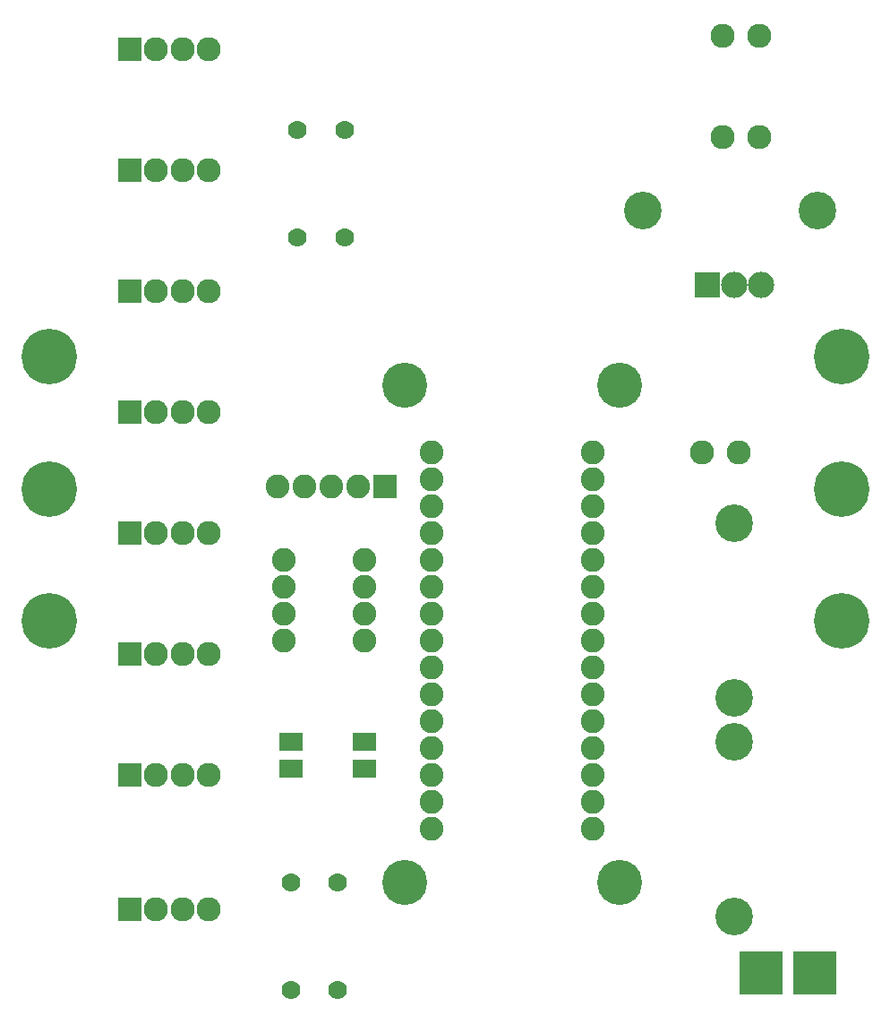
<source format=gbr>
G04 EasyPC Gerber Version 21.0.2 Build 4273 *
G04 #@! TF.Part,Single*
G04 #@! TF.FileFunction,Soldermask,Bot *
G04 #@! TF.FilePolarity,Negative *
%FSLAX35Y35*%
%MOIN*%
G04 #@! TA.AperFunction,ComponentPad*
%ADD80R,0.08874X0.08874*%
%ADD77R,0.09000X0.09000*%
%ADD150R,0.09799X0.09799*%
%ADD76R,0.16000X0.16000*%
%ADD82C,0.07000*%
G04 #@! TA.AperFunction,SMDPad*
%ADD73C,0.08874*%
G04 #@! TA.AperFunction,ComponentPad*
%ADD78C,0.09000*%
%ADD151C,0.09799*%
%ADD75C,0.13992*%
G04 #@! TA.AperFunction,SMDPad*
%ADD74C,0.16748*%
G04 #@! TA.AperFunction,ComponentPad*
%ADD79C,0.20685*%
%ADD81R,0.09000X0.07000*%
X0Y0D02*
D02*
D73*
X105600Y198100D03*
X108100Y140817D03*
Y150817D03*
Y160817D03*
Y170817D03*
X115600Y198100D03*
X125600D03*
X135600D03*
X138100Y140817D03*
Y150817D03*
Y160817D03*
Y170817D03*
X163100Y70600D03*
Y80600D03*
Y90600D03*
Y100600D03*
Y110600D03*
Y120600D03*
Y130600D03*
Y140600D03*
Y150600D03*
Y160600D03*
Y170600D03*
Y180600D03*
Y190600D03*
Y200600D03*
Y210600D03*
X223100Y70600D03*
Y80600D03*
Y90600D03*
Y100600D03*
Y110600D03*
Y120600D03*
Y130600D03*
Y140600D03*
Y150600D03*
Y160600D03*
Y170600D03*
Y180600D03*
Y190600D03*
Y200600D03*
Y210600D03*
D02*
D74*
X153100Y50600D03*
Y235600D03*
X233100Y50600D03*
Y235600D03*
D02*
D75*
X241561Y300600D03*
X275600Y38100D03*
Y103139D03*
Y119303D03*
Y184342D03*
X306600Y300600D03*
D02*
D76*
X285600Y16997D03*
X305600D03*
D02*
D77*
X50600Y40600D03*
Y90600D03*
Y135600D03*
Y180600D03*
Y225600D03*
Y270600D03*
Y315600D03*
Y360600D03*
D02*
D78*
X60443Y40600D03*
Y90600D03*
Y135600D03*
Y180600D03*
Y225600D03*
Y270600D03*
Y315600D03*
Y360600D03*
X70285Y40600D03*
Y90600D03*
Y135600D03*
Y180600D03*
Y225600D03*
Y270600D03*
Y315600D03*
Y360600D03*
X80128Y40600D03*
Y90600D03*
Y135600D03*
Y180600D03*
Y225600D03*
Y270600D03*
Y315600D03*
Y360600D03*
X263710Y210600D03*
X271210Y328100D03*
Y365600D03*
X277490Y210600D03*
X284990Y328100D03*
Y365600D03*
D02*
D79*
X20600Y147923D03*
Y197135D03*
Y246348D03*
X315600Y147923D03*
Y197135D03*
Y246348D03*
D02*
D80*
X145600Y198100D03*
D02*
D81*
X110600Y93100D03*
Y103100D03*
X138100Y93100D03*
Y103100D03*
D02*
D82*
X110600Y10600D03*
Y50600D03*
X113100Y290600D03*
Y330600D03*
X128100Y10600D03*
Y50600D03*
X130600Y290600D03*
Y330600D03*
D02*
D150*
X265600Y273100D03*
D02*
D151*
X275600D03*
X285600D03*
X0Y0D02*
M02*

</source>
